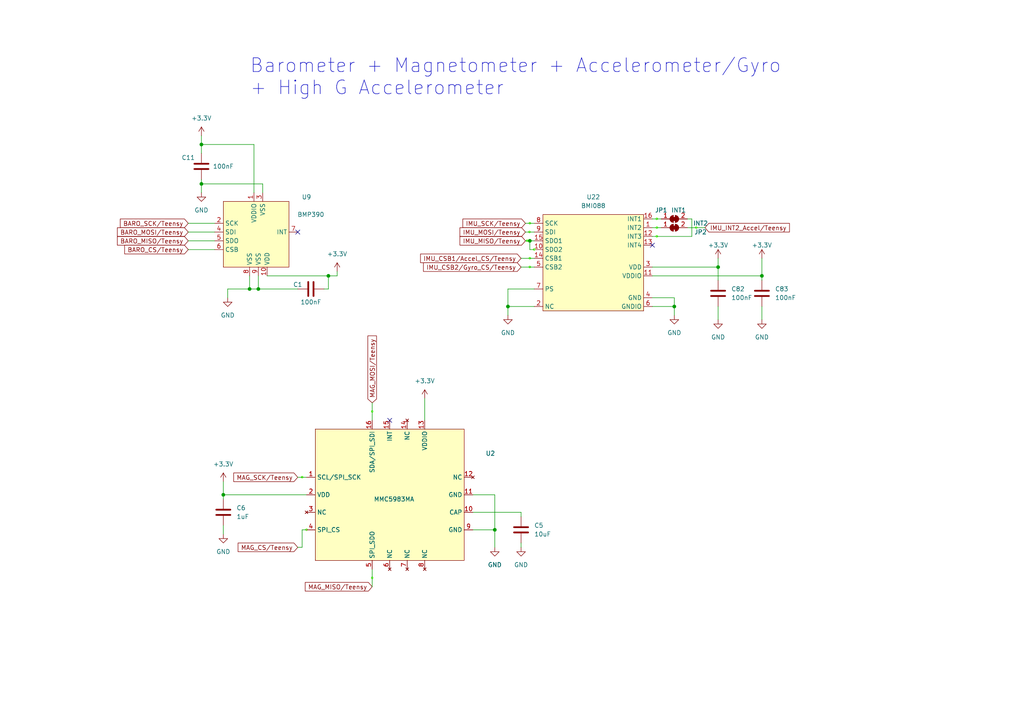
<source format=kicad_sch>
(kicad_sch (version 20231120) (generator "eeschema") (generator_version "8.0")
  (paper "A4")
  (lib_symbols
    (symbol "CustomLibrary:BMI088"
      (property "Reference" "U" (at 12.7 -19.05 0))
      (property "Value" "BMI088" (at 0 -1.27 0))
      (symbol "BMI088_1_1"
        (rectangle (start -13.97 11.43) (end 15.24 -16.51) (fill (type background)))
        (pin bidirectional line (at 17.78 7.62 180) (length 2.54) (name "INT2") (number "1"))
        (pin bidirectional line (at -16.51 1.27 0) (length 2.54) (name "SDO2") (number "10"))
        (pin power_in line (at 17.78 -6.35 180) (length 2.54) (name "VDDIO") (number "11"))
        (pin bidirectional line (at 17.78 5.08 180) (length 2.54) (name "INT3") (number "12"))
        (pin bidirectional line (at 17.78 2.54 180) (length 2.54) (name "INT4") (number "13"))
        (pin bidirectional line (at -16.51 -1.27 0) (length 2.54) (name "CSB1") (number "14"))
        (pin bidirectional line (at -16.51 3.81 0) (length 2.54) (name "SDO1") (number "15"))
        (pin bidirectional line (at 17.78 10.16 180) (length 2.54) (name "INT1") (number "16"))
        (pin bidirectional line (at -16.51 -15.24 0) (length 2.54) (name "NC") (number "2"))
        (pin power_in line (at 17.78 -3.81 180) (length 2.54) (name "VDD") (number "3"))
        (pin power_in line (at 17.78 -12.7 180) (length 2.54) (name "GND") (number "4"))
        (pin bidirectional line (at -16.51 -3.81 0) (length 2.54) (name "CSB2") (number "5"))
        (pin power_in line (at 17.78 -15.24 180) (length 2.54) (name "GNDIO") (number "6"))
        (pin bidirectional line (at -16.51 -10.16 0) (length 2.54) (name "PS") (number "7"))
        (pin bidirectional line (at -16.51 8.89 0) (length 2.54) (name "SCK") (number "8"))
        (pin bidirectional line (at -16.51 6.35 0) (length 2.54) (name "SDI") (number "9"))
      )
    )
    (symbol "CustomLibrary:BMP390"
      (property "Reference" "U" (at 10.16 -13.97 0))
      (property "Value" "BMP390" (at 2.54 -3.81 0))
      (symbol "BMP390_1_1"
        (rectangle (start -7.62 6.35) (end 11.43 -12.7) (fill (type background)))
        (pin power_in line (at 1.27 8.89 270) (length 2.54) (name "VDDIO") (number "1"))
        (pin power_in line (at 5.08 -15.24 90) (length 2.54) (name "VDD") (number "10"))
        (pin bidirectional line (at -10.16 0 0) (length 2.54) (name "SCK") (number "2"))
        (pin power_in line (at 3.81 8.89 270) (length 2.54) (name "VSS") (number "3"))
        (pin bidirectional line (at -10.16 -2.54 0) (length 2.54) (name "SDI") (number "4"))
        (pin bidirectional line (at -10.16 -5.08 0) (length 2.54) (name "SDO") (number "5"))
        (pin bidirectional line (at -10.16 -7.62 0) (length 2.54) (name "CSB") (number "6"))
        (pin bidirectional line (at 13.97 -2.54 180) (length 2.54) (name "INT") (number "7"))
        (pin power_in line (at 0 -15.24 90) (length 2.54) (name "VSS") (number "8"))
        (pin power_in line (at 2.54 -15.24 90) (length 2.54) (name "VSS") (number "9"))
      )
    )
    (symbol "CustomLibrary:MMC5983MA"
      (property "Reference" "U" (at 26.67 -25.4 0))
      (property "Value" "MMC5983MA" (at 7.62 -6.35 0))
      (symbol "MMC5983MA_1_1"
        (rectangle (start -15.24 13.97) (end 27.94 -24.13) (fill (type background)))
        (pin bidirectional line (at -17.78 0 0) (length 2.54) (name "SCL/SPI_SCK") (number "1"))
        (pin bidirectional line (at 30.48 -10.16 180) (length 2.54) (name "CAP") (number "10"))
        (pin power_in line (at 30.48 -5.08 180) (length 2.54) (name "GND") (number "11"))
        (pin no_connect line (at 30.48 0 180) (length 2.54) (name "NC") (number "12"))
        (pin power_in line (at 16.51 16.51 270) (length 2.54) (name "VDDIO") (number "13"))
        (pin no_connect line (at 11.43 16.51 270) (length 2.54) (name "NC") (number "14"))
        (pin bidirectional line (at 6.35 16.51 270) (length 2.54) (name "INT") (number "15"))
        (pin bidirectional line (at 1.27 16.51 270) (length 2.54) (name "SDA/SPI_SDI") (number "16"))
        (pin power_in line (at -17.78 -5.08 0) (length 2.54) (name "VDD") (number "2"))
        (pin no_connect line (at -17.78 -10.16 0) (length 2.54) (name "NC") (number "3"))
        (pin bidirectional line (at -17.78 -15.24 0) (length 2.54) (name "SPI_CS") (number "4"))
        (pin bidirectional line (at 1.27 -26.67 90) (length 2.54) (name "SPI_SDO") (number "5"))
        (pin no_connect line (at 6.35 -26.67 90) (length 2.54) (name "NC") (number "6"))
        (pin no_connect line (at 11.43 -26.67 90) (length 2.54) (name "NC") (number "7"))
        (pin no_connect line (at 16.51 -26.67 90) (length 2.54) (name "NC") (number "8"))
        (pin power_in line (at 30.48 -15.24 180) (length 2.54) (name "GND") (number "9"))
      )
    )
    (symbol "Device:C" (pin_numbers hide) (pin_names (offset 0.254))
      (property "Reference" "C" (at 0.635 2.54 0))
      (property "Value" "C" (at 0.635 -2.54 0))
      (symbol "C_0_1"
        (polyline (pts (xy -2.032 -0.762) (xy 2.032 -0.762)) (stroke (width 0.508)))
        (polyline (pts (xy -2.032 0.762) (xy 2.032 0.762)) (stroke (width 0.508)))
      )
      (symbol "C_1_1"
        (pin passive line (at 0 3.81 270) (length 2.794) (name "~") (number "1"))
        (pin passive line (at 0 -3.81 90) (length 2.794) (name "~") (number "2"))
      )
    )
    (symbol "Jumper:SolderJumper_2_Bridged" (pin_names (offset 0) hide)
      (property "Reference" "JP" (at 0 2.032 0))
      (property "Value" "SolderJumper_2_Bridged" (at 0 -2.54 0))
      (symbol "SolderJumper_2_Bridged_0_1"
        (rectangle (start -0.508 0.508) (end 0.508 -0.508) (fill (type outline)))
        (arc (start -0.254 1.016) (mid -1.2656 0) (end -0.254 -1.016))
        (arc (start -0.254 1.016) (mid -1.2656 0) (end -0.254 -1.016) (fill (type outline)))
        (polyline (pts (xy -0.254 1.016) (xy -0.254 -1.016)))
        (polyline (pts (xy 0.254 1.016) (xy 0.254 -1.016)))
        (arc (start 0.254 -1.016) (mid 1.2656 0) (end 0.254 1.016))
        (arc (start 0.254 -1.016) (mid 1.2656 0) (end 0.254 1.016) (fill (type outline)))
      )
      (symbol "SolderJumper_2_Bridged_1_1"
        (pin passive line (at -3.81 0 0) (length 2.54) (name "A") (number "1"))
        (pin passive line (at 3.81 0 180) (length 2.54) (name "B") (number "2"))
      )
    )
    (symbol "power:+3.3V" (power) (pin_names (offset 0))
      (property "Value" "+3.3V" (at 0 3.556 0))
      (symbol "+3.3V_0_1"
        (polyline (pts (xy -0.762 1.27) (xy 0 2.54)))
        (polyline (pts (xy 0 0) (xy 0 2.54)))
        (polyline (pts (xy 0 2.54) (xy 0.762 1.27)))
      )
      (symbol "+3.3V_1_1"
        (pin power_in line (at 0 0 90) (length 0) hide (name "+3.3V") (number "1"))
      )
    )
    (symbol "power:GND" (power) (pin_names (offset 0))
      (property "Value" "GND" (at 0 -3.81 0))
      (symbol "GND_0_1"
        (polyline (pts (xy 0 0) (xy 0 -1.27) (xy 1.27 -1.27) (xy 0 -2.54) (xy -1.27 -1.27) (xy 0 -1.27)))
      )
      (symbol "GND_1_1"
        (pin power_in line (at 0 0 270) (length 0) hide (name "GND") (number "1"))
      )
    )
  )
  (junction (at 72.39 83.82))
  (junction (at 95.25 80.01))
  (junction (at 208.28 77.47))
  (junction (at 147.32 88.9))
  (junction (at 220.98 80.01))
  (junction (at 143.51 153.67))
  (junction (at 74.93 83.82))
  (junction (at 195.58 88.9))
  (junction (at 58.42 53.34))
  (junction (at 64.77 143.51))
  (junction (at 58.42 41.91))
  (junction (at 153.67 69.85))
  (no_connect (at 113.03 121.92))
  (no_connect (at 86.36 67.31))
  (no_connect (at 189.23 71.12))
  (wire (pts (xy 66.04 83.82) (xy 72.39 83.82)))
  (wire (pts (xy 95.25 83.82) (xy 93.98 83.82)))
  (wire (pts (xy 200.66 68.58) (xy 189.23 68.58)))
  (wire (pts (xy 220.98 74.93) (xy 220.98 80.01)))
  (wire (pts (xy 107.95 165.1) (xy 107.95 170.18)))
  (wire (pts (xy 73.66 41.91) (xy 58.42 41.91)))
  (wire (pts (xy 189.23 88.9) (xy 195.58 88.9)))
  (wire (pts (xy 54.61 64.77) (xy 62.23 64.77)))
  (wire (pts (xy 151.13 149.86) (xy 151.13 148.59)))
  (wire (pts (xy 58.42 53.34) (xy 58.42 55.88)))
  (wire (pts (xy 154.94 72.39) (xy 153.67 72.39)))
  (wire (pts (xy 77.47 80.01) (xy 95.25 80.01)))
  (wire (pts (xy 208.28 77.47) (xy 208.28 81.28)))
  (wire (pts (xy 220.98 88.9) (xy 220.98 92.71)))
  (wire (pts (xy 86.36 138.43) (xy 88.9 138.43)))
  (wire (pts (xy 97.79 78.74) (xy 97.79 80.01)))
  (wire (pts (xy 147.32 88.9) (xy 147.32 91.44)))
  (wire (pts (xy 64.77 143.51) (xy 88.9 143.51)))
  (wire (pts (xy 208.28 74.93) (xy 208.28 77.47)))
  (wire (pts (xy 97.79 80.01) (xy 95.25 80.01)))
  (wire (pts (xy 76.2 53.34) (xy 58.42 53.34)))
  (wire (pts (xy 72.39 83.82) (xy 74.93 83.82)))
  (wire (pts (xy 153.67 72.39) (xy 153.67 69.85)))
  (wire (pts (xy 195.58 88.9) (xy 195.58 91.44)))
  (wire (pts (xy 54.61 69.85) (xy 62.23 69.85)))
  (wire (pts (xy 189.23 80.01) (xy 220.98 80.01)))
  (wire (pts (xy 195.58 86.36) (xy 195.58 88.9)))
  (wire (pts (xy 76.2 55.88) (xy 76.2 53.34)))
  (wire (pts (xy 189.23 77.47) (xy 208.28 77.47)))
  (wire (pts (xy 189.23 66.04) (xy 191.77 66.04)))
  (wire (pts (xy 147.32 88.9) (xy 154.94 88.9)))
  (wire (pts (xy 58.42 39.37) (xy 58.42 41.91)))
  (wire (pts (xy 64.77 139.7) (xy 64.77 143.51)))
  (wire (pts (xy 152.4 69.85) (xy 153.67 69.85)))
  (wire (pts (xy 220.98 80.01) (xy 220.98 81.28)))
  (wire (pts (xy 74.93 83.82) (xy 86.36 83.82)))
  (wire (pts (xy 72.39 80.01) (xy 72.39 83.82)))
  (wire (pts (xy 200.66 63.5) (xy 200.66 68.58)))
  (wire (pts (xy 199.39 63.5) (xy 200.66 63.5)))
  (wire (pts (xy 58.42 41.91) (xy 58.42 44.45)))
  (wire (pts (xy 73.66 55.88) (xy 73.66 41.91)))
  (wire (pts (xy 151.13 148.59) (xy 137.16 148.59)))
  (wire (pts (xy 143.51 143.51) (xy 137.16 143.51)))
  (wire (pts (xy 54.61 72.39) (xy 62.23 72.39)))
  (wire (pts (xy 87.63 153.67) (xy 88.9 153.67)))
  (wire (pts (xy 147.32 83.82) (xy 147.32 88.9)))
  (wire (pts (xy 153.67 69.85) (xy 154.94 69.85)))
  (wire (pts (xy 64.77 152.4) (xy 64.77 154.94)))
  (wire (pts (xy 199.39 66.04) (xy 204.47 66.04)))
  (wire (pts (xy 107.95 116.84) (xy 107.95 121.92)))
  (wire (pts (xy 143.51 153.67) (xy 143.51 143.51)))
  (wire (pts (xy 123.19 115.57) (xy 123.19 121.92)))
  (wire (pts (xy 208.28 88.9) (xy 208.28 92.71)))
  (wire (pts (xy 137.16 153.67) (xy 143.51 153.67)))
  (wire (pts (xy 95.25 80.01) (xy 95.25 83.82)))
  (wire (pts (xy 189.23 86.36) (xy 195.58 86.36)))
  (wire (pts (xy 189.23 63.5) (xy 191.77 63.5)))
  (wire (pts (xy 87.63 158.75) (xy 87.63 153.67)))
  (wire (pts (xy 151.13 77.47) (xy 154.94 77.47)))
  (wire (pts (xy 58.42 53.34) (xy 58.42 52.07)))
  (wire (pts (xy 54.61 67.31) (xy 62.23 67.31)))
  (wire (pts (xy 154.94 83.82) (xy 147.32 83.82)))
  (wire (pts (xy 66.04 86.36) (xy 66.04 83.82)))
  (wire (pts (xy 152.4 67.31) (xy 154.94 67.31)))
  (wire (pts (xy 151.13 157.48) (xy 151.13 158.75)))
  (wire (pts (xy 86.36 158.75) (xy 87.63 158.75)))
  (wire (pts (xy 143.51 158.75) (xy 143.51 153.67)))
  (wire (pts (xy 64.77 144.78) (xy 64.77 143.51)))
  (wire (pts (xy 152.4 64.77) (xy 154.94 64.77)))
  (wire (pts (xy 74.93 80.01) (xy 74.93 83.82)))
  (wire (pts (xy 151.13 74.93) (xy 154.94 74.93)))
  (text "Barometer + Magnetometer + Accelerometer/Gyro\n+ High G Accelerometer" (at 72.39 27.94 0) (effects (font (size 4 4)) (justify left bottom)))
  (global_label "BARO_SCK{slash}Teensy" (shape input) (at 54.61 64.77 180) (property "Intersheetrefs" "${INTERSHEET_REFS}" (effects (hide yes))))
  (global_label "MAG_CS{slash}Teensy" (shape input) (at 86.36 158.75 180) (property "Intersheetrefs" "${INTERSHEET_REFS}" (effects (hide yes))))
  (global_label "IMU_CSB1{slash}Accel_CS{slash}Teensy" (shape input) (at 151.13 74.93 180) (property "Intersheetrefs" "${INTERSHEET_REFS}" (effects (hide yes))))
  (global_label "IMU_INT2_Accel{slash}Teensy" (shape input) (at 204.47 66.04 0) (property "Intersheetrefs" "${INTERSHEET_REFS}" (effects (hide yes))))
  (global_label "IMU_MOSI{slash}Teensy" (shape input) (at 152.4 67.31 180) (property "Intersheetrefs" "${INTERSHEET_REFS}" (effects (hide yes))))
  (global_label "BARO_MISO{slash}Teensy" (shape input) (at 54.61 69.85 180) (property "Intersheetrefs" "${INTERSHEET_REFS}" (effects (hide yes))))
  (global_label "MAG_SCK{slash}Teensy" (shape input) (at 86.36 138.43 180) (property "Intersheetrefs" "${INTERSHEET_REFS}" (effects (hide yes))))
  (global_label "IMU_MISO{slash}Teensy" (shape input) (at 152.4 69.85 180) (property "Intersheetrefs" "${INTERSHEET_REFS}" (effects (hide yes))))
  (global_label "BARO_CS{slash}Teensy" (shape input) (at 54.61 72.39 180) (property "Intersheetrefs" "${INTERSHEET_REFS}" (effects (hide yes))))
  (global_label "BARO_MOSI{slash}Teensy" (shape input) (at 54.61 67.31 180) (property "Intersheetrefs" "${INTERSHEET_REFS}" (effects (hide yes))))
  (global_label "MAG_MISO{slash}Teensy" (shape input) (at 107.95 170.18 180) (property "Intersheetrefs" "${INTERSHEET_REFS}" (effects (hide yes))))
  (global_label "MAG_MOSI{slash}Teensy" (shape input) (at 107.95 116.84 90) (property "Intersheetrefs" "${INTERSHEET_REFS}" (effects (hide yes))))
  (global_label "IMU_SCK{slash}Teensy" (shape input) (at 152.4 64.77 180) (property "Intersheetrefs" "${INTERSHEET_REFS}" (effects (hide yes))))
  (global_label "IMU_CSB2{slash}Gyro_CS{slash}Teensy" (shape input) (at 151.13 77.47 180) (property "Intersheetrefs" "${INTERSHEET_REFS}" (effects (hide yes))))
  (netclass_flag "" (length 0.05) (shape dot) (at 88.9 153.67 0) (property "Netclass" "signal" (effects (hide yes))))
  (netclass_flag "" (length 0.05) (shape dot) (at 87.63 138.43 0) (property "Netclass" "signal" (effects (hide yes))))
  (netclass_flag "" (length 0.05) (shape dot) (at 107.95 119.38 0) (property "Netclass" "signal" (effects (hide yes))))
  (netclass_flag "" (length 0.05) (shape dot) (at 190.5 63.5 0) (property "Netclass" "signal" (effects (hide yes))))
  (netclass_flag "" (length 0.05) (shape dot) (at 154.94 72.39 0) (property "Netclass" "signal" (effects (hide yes))))
  (netclass_flag "" (length 0.05) (shape dot) (at 152.8697 69.85 0) (property "Netclass" "signal" (effects (hide yes))))
  (netclass_flag "" (length 0.05) (shape dot) (at 190.5 68.58 0) (property "Netclass" "signal" (effects (hide yes))))
  (netclass_flag "" (length 0.05) (shape dot) (at 153.67 64.77 0) (property "Netclass" "signal" (effects (hide yes))))
  (netclass_flag "" (length 0.05) (shape dot) (at 153.67 74.93 0) (property "Netclass" "signal" (effects (hide yes))))
  (netclass_flag "" (length 0.05) (shape dot) (at 201.93 66.04 0) (property "Netclass" "signal" (effects (hide yes))))
  (netclass_flag "" (length 0.05) (shape dot) (at 190.5204 66.04 0) (property "Netclass" "signal" (effects (hide yes))))
  (netclass_flag "" (length 0.05) (shape dot) (at 153.5675 67.31 0) (property "Netclass" "signal" (effects (hide yes))))
  (netclass_flag "" (length 0.05) (shape dot) (at 107.95 167.64 0) (property "Netclass" "signal" (effects (hide yes))))
  (netclass_flag "" (length 0.05) (shape dot) (at 153.67 77.47 0) (property "Netclass" "signal" (effects (hide yes))))
  (symbol (lib_id "power:GND") (at 147.32 91.44 0) (unit 1)
    (property "Reference" "#PWR065" (effects (hide yes)))
    (property "Value" "GND" (at 147.32 96.52 0))
  )
  (symbol (lib_id "power:+3.3V") (at 58.42 39.37 0) (unit 1)
    (property "Reference" "#PWR0132" (effects (hide yes)))
    (property "Value" "+3.3V" (at 58.42 34.29 0))
  )
  (symbol (lib_id "Device:C") (at 90.17 83.82 90) (unit 1)
    (property "Reference" "C1" (at 86.36 82.55 90))
    (property "Value" "100nF" (at 90.17 87.63 90))
    (property "Footprint" "Capacitor_SMD:C_0603_1608Metric" (effects (hide yes)))
  )
  (symbol (lib_id "power:GND") (at 66.04 86.36 0) (unit 1)
    (property "Reference" "#PWR0130" (effects (hide yes)))
    (property "Value" "GND" (at 66.04 91.44 0))
  )
  (symbol (lib_id "power:GND") (at 220.98 92.71 0) (unit 1)
    (property "Reference" "#PWR071" (effects (hide yes)))
    (property "Value" "GND" (at 220.98 97.79 0))
  )
  (symbol (lib_id "Jumper:SolderJumper_2_Bridged") (at 195.58 63.5 0) (unit 1)
    (property "Reference" "JP1" (at 191.77 60.96 0))
    (property "Value" "INT1" (at 196.85 60.96 0))
    (property "Footprint" "Jumper:SolderJumper-2_P1.3mm_Bridged_Pad1.0x1.5mm" (effects (hide yes)))
  )
  (symbol (lib_id "power:+3.3V") (at 97.79 78.74 0) (unit 1)
    (property "Reference" "#PWR0131" (effects (hide yes)))
    (property "Value" "+3.3V" (at 97.79 73.66 0))
  )
  (symbol (lib_id "Jumper:SolderJumper_2_Bridged") (at 195.58 66.04 0) (unit 1)
    (property "Reference" "JP2" (at 203.2 67.31 0))
    (property "Value" "INT2" (at 203.2 64.77 0))
    (property "Footprint" "Jumper:SolderJumper-2_P1.3mm_Bridged_Pad1.0x1.5mm" (effects (hide yes)))
  )
  (symbol (lib_id "power:+3.3V") (at 208.28 74.93 0) (unit 1)
    (property "Reference" "#PWR068" (effects (hide yes)))
    (property "Value" "+3.3V" (at 208.28 71.12 0))
  )
  (symbol (lib_id "CustomLibrary:BMI088") (at 171.45 73.66 0) (unit 1)
    (property "Reference" "U22" (at 172.085 57.15 0))
    (property "Value" "BMI088" (at 172.085 59.69 0))
    (property "Footprint" "CustomFootprints:BMI088" (effects (hide yes)))
    (property "Datasheet" "https://www.bosch-sensortec.com/media/boschsensortec/downloads/datasheets/bst-bmi088-ds001.pdf" (effects (hide yes)))
    (property "Digikey" "https://www.digikey.in/en/products/detail/bosch-sensortec/BMI088/8634936" (effects (hide yes)))
  )
  (symbol (lib_id "Device:C") (at 64.77 148.59 0) (unit 1)
    (property "Reference" "C6" (at 68.58 147.32 0) (effects (justify left)))
    (property "Value" "1uF" (at 68.58 149.86 0) (effects (justify left)))
    (property "Footprint" "Capacitor_SMD:C_0603_1608Metric" (effects (hide yes)))
  )
  (symbol (lib_id "power:GND") (at 143.51 158.75 0) (unit 1)
    (property "Reference" "#PWR063" (effects (hide yes)))
    (property "Value" "GND" (at 143.51 163.83 0))
  )
  (symbol (lib_id "power:GND") (at 58.42 55.88 0) (unit 1)
    (property "Reference" "#PWR0133" (effects (hide yes)))
    (property "Value" "GND" (at 58.42 60.96 0))
  )
  (symbol (lib_id "power:+3.3V") (at 220.98 74.93 0) (unit 1)
    (property "Reference" "#PWR070" (effects (hide yes)))
    (property "Value" "+3.3V" (at 220.98 71.12 0))
  )
  (symbol (lib_id "CustomLibrary:MMC5983MA") (at 106.68 138.43 0) (unit 1)
    (property "Reference" "U2" (at 142.24 131.5019 0))
    (property "Value" "MMC5983MA" (at 114.3 144.78 0))
    (property "Footprint" "CustomFootprints:MMC5983MA" (effects (hide yes)))
    (property "Datasheet" "https://mm.digikey.com/Volume0/opasdata/d220001/medias/docus/333/MMC5983MA_RevA_4-3-19.pdf" (effects (hide yes)))
    (property "Digikey" "https://www.digikey.in/en/products/detail/memsic-inc/MMC5983MA/10452795" (effects (hide yes)))
  )
  (symbol (lib_id "Device:C") (at 220.98 85.09 0) (unit 1)
    (property "Reference" "C83" (at 224.79 83.82 0) (effects (justify left)))
    (property "Value" "100nF" (at 224.79 86.36 0) (effects (justify left)))
    (property "Footprint" "Capacitor_SMD:C_0603_1608Metric" (effects (hide yes)))
  )
  (symbol (lib_id "Device:C") (at 58.42 48.26 180) (unit 1)
    (property "Reference" "C11" (at 54.61 45.72 0))
    (property "Value" "100nF" (at 64.77 48.26 0))
    (property "Footprint" "Capacitor_SMD:C_0603_1608Metric" (effects (hide yes)))
  )
  (symbol (lib_id "power:GND") (at 151.13 158.75 0) (unit 1)
    (property "Reference" "#PWR066" (effects (hide yes)))
    (property "Value" "GND" (at 151.13 163.83 0))
  )
  (symbol (lib_id "power:GND") (at 195.58 91.44 0) (unit 1)
    (property "Reference" "#PWR067" (effects (hide yes)))
    (property "Value" "GND" (at 195.58 96.52 0))
  )
  (symbol (lib_id "CustomLibrary:BMP390") (at 72.39 64.77 0) (unit 1)
    (property "Reference" "U9" (at 88.9 57.15 0))
    (property "Value" "BMP390" (at 90.17 62.23 0))
    (property "Footprint" "CustomFootprints:BMP390" (effects (hide yes)))
    (property "Datasheet" "https://www.bosch-sensortec.com/media/boschsensortec/downloads/datasheets/bst-bmp390-ds002.pdf" (effects (hide yes)))
    (property "Digikey" "https://www.digikey.com/en/products/detail/bosch-sensortec/BMP390/16164575" (effects (hide yes)))
  )
  (symbol (lib_id "Device:C") (at 151.13 153.67 0) (unit 1)
    (property "Reference" "C5" (at 154.94 152.4 0) (effects (justify left)))
    (property "Value" "10uF" (at 154.94 154.94 0) (effects (justify left)))
    (property "Footprint" "Capacitor_SMD:C_0805_2012Metric" (effects (hide yes)))
  )
  (symbol (lib_id "power:+3.3V") (at 123.19 115.57 0) (unit 1)
    (property "Reference" "#PWR052" (effects (hide yes)))
    (property "Value" "+3.3V" (at 123.19 110.49 0))
  )
  (symbol (lib_id "power:+3.3V") (at 64.77 139.7 0) (unit 1)
    (property "Reference" "#PWR03" (effects (hide yes)))
    (property "Value" "+3.3V" (at 64.77 134.62 0))
  )
  (symbol (lib_id "power:GND") (at 208.28 92.71 0) (unit 1)
    (property "Reference" "#PWR069" (effects (hide yes)))
    (property "Value" "GND" (at 208.28 97.79 0))
  )
  (symbol (lib_id "power:GND") (at 64.77 154.94 0) (unit 1)
    (property "Reference" "#PWR09" (effects (hide yes)))
    (property "Value" "GND" (at 64.77 160.02 0))
  )
  (symbol (lib_id "Device:C") (at 208.28 85.09 0) (unit 1)
    (property "Reference" "C82" (at 212.09 83.82 0) (effects (justify left)))
    (property "Value" "100nF" (at 212.09 86.36 0) (effects (justify left)))
    (property "Footprint" "Capacitor_SMD:C_0603_1608Metric" (effects (hide yes)))
  )
)
</source>
